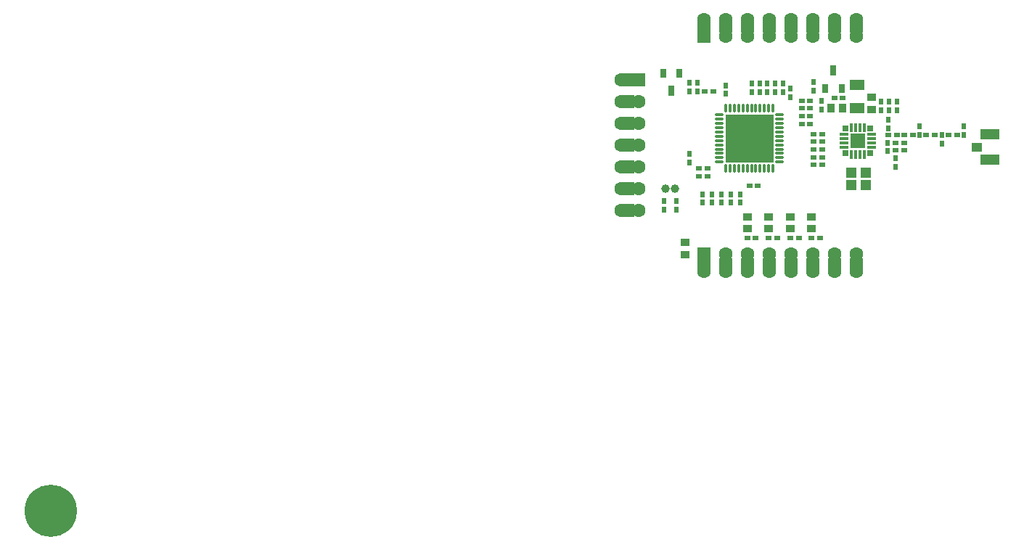
<source format=gts>
G04 Layer_Color=8388736*
%FSLAX44Y44*%
%MOMM*%
G71*
G01*
G75*
%ADD41R,1.6000X1.6000*%
%ADD42R,1.6000X1.6000*%
%ADD43R,0.9000X1.0000*%
%ADD44R,0.7500X1.2000*%
%ADD45R,0.7500X1.0000*%
%ADD46R,1.0000X0.9000*%
%ADD47R,5.7000X5.7000*%
%ADD48O,1.1000X0.3500*%
%ADD49O,0.3500X1.1000*%
%ADD50R,0.6000X0.7000*%
%ADD51R,0.7000X0.6000*%
%ADD52R,1.3000X1.2000*%
%ADD53R,1.8000X1.2000*%
%ADD54R,0.8000X0.8000*%
%ADD55R,0.8000X0.8000*%
%ADD56R,1.8000X1.8000*%
%ADD57O,0.3750X1.0500*%
%ADD58O,1.0500X0.3750*%
%ADD59R,1.1500X1.1000*%
%ADD60R,2.3000X1.1500*%
%ADD61C,1.6000*%
%ADD62C,6.1000*%
%ADD63C,1.0000*%
D41*
X122000Y8300D02*
D03*
X147400D02*
D03*
X172800D02*
D03*
X198200D02*
D03*
X223600D02*
D03*
X249000D02*
D03*
X274400D02*
D03*
X96600D02*
D03*
X122000Y287300D02*
D03*
X147400D02*
D03*
X172800D02*
D03*
X198200D02*
D03*
X223600D02*
D03*
X249000D02*
D03*
X274400D02*
D03*
X96600D02*
D03*
Y20800D02*
D03*
Y274800D02*
D03*
D42*
X7900Y224000D02*
D03*
Y71600D02*
D03*
Y97000D02*
D03*
Y122400D02*
D03*
Y147800D02*
D03*
Y173200D02*
D03*
Y198600D02*
D03*
X20400Y224000D02*
D03*
D43*
X259002Y191000D02*
D03*
X245002D02*
D03*
D44*
X248000Y235375D02*
D03*
X58750Y211649D02*
D03*
D45*
X257500Y214625D02*
D03*
X238500D02*
D03*
X49250Y232400D02*
D03*
X68250D02*
D03*
D46*
X147500Y64502D02*
D03*
Y50502D02*
D03*
X172500Y64502D02*
D03*
Y50502D02*
D03*
X197500Y64502D02*
D03*
Y50502D02*
D03*
X222500Y64502D02*
D03*
Y50502D02*
D03*
X75000Y34502D02*
D03*
Y20502D02*
D03*
X293000Y189998D02*
D03*
Y203998D02*
D03*
D47*
X150000Y156000D02*
D03*
D48*
X114750Y128500D02*
D03*
Y133500D02*
D03*
Y138500D02*
D03*
Y143500D02*
D03*
Y148500D02*
D03*
Y153500D02*
D03*
Y158500D02*
D03*
Y163500D02*
D03*
Y168500D02*
D03*
Y173500D02*
D03*
Y178500D02*
D03*
Y183500D02*
D03*
X185250D02*
D03*
Y178500D02*
D03*
Y173500D02*
D03*
Y168500D02*
D03*
Y163500D02*
D03*
Y158500D02*
D03*
Y153500D02*
D03*
Y148500D02*
D03*
Y143500D02*
D03*
Y138500D02*
D03*
Y133500D02*
D03*
Y128500D02*
D03*
D49*
X122500Y191250D02*
D03*
X127500D02*
D03*
X132500D02*
D03*
X137500D02*
D03*
X142500D02*
D03*
X147500D02*
D03*
X152500D02*
D03*
X157500D02*
D03*
X162500D02*
D03*
X167500D02*
D03*
X172500D02*
D03*
X177500D02*
D03*
Y120750D02*
D03*
X172500D02*
D03*
X167500D02*
D03*
X162500D02*
D03*
X157500D02*
D03*
X152500D02*
D03*
X147500D02*
D03*
X142500D02*
D03*
X137500D02*
D03*
X132500D02*
D03*
X127500D02*
D03*
X122500D02*
D03*
D50*
X400500Y170000D02*
D03*
Y160000D02*
D03*
X374500Y150000D02*
D03*
Y160000D02*
D03*
X348500Y170000D02*
D03*
Y160000D02*
D03*
X312000Y167500D02*
D03*
Y177500D02*
D03*
X320500Y123000D02*
D03*
Y133000D02*
D03*
X311500Y141000D02*
D03*
Y151000D02*
D03*
X122550Y217950D02*
D03*
Y207950D02*
D03*
X198000Y214000D02*
D03*
Y204000D02*
D03*
X50050Y72950D02*
D03*
Y82950D02*
D03*
X65050Y72950D02*
D03*
Y82950D02*
D03*
X304000Y199000D02*
D03*
Y189000D02*
D03*
X313000Y199000D02*
D03*
Y189000D02*
D03*
X322000Y199000D02*
D03*
Y189000D02*
D03*
X225000Y212000D02*
D03*
Y222000D02*
D03*
X80000Y221000D02*
D03*
Y211000D02*
D03*
X234000Y190000D02*
D03*
Y200000D02*
D03*
X89000Y211000D02*
D03*
Y221000D02*
D03*
X189000Y210000D02*
D03*
Y220000D02*
D03*
X171000Y220000D02*
D03*
Y210000D02*
D03*
X180000Y220000D02*
D03*
Y210000D02*
D03*
X162000Y220000D02*
D03*
Y210000D02*
D03*
X153000Y220000D02*
D03*
Y210000D02*
D03*
X106000Y91000D02*
D03*
Y81000D02*
D03*
X139000Y81000D02*
D03*
Y91000D02*
D03*
X80000Y128000D02*
D03*
Y138000D02*
D03*
X95000Y91000D02*
D03*
Y81000D02*
D03*
X128000Y91000D02*
D03*
Y81000D02*
D03*
X117250Y81000D02*
D03*
Y91000D02*
D03*
D51*
X392500Y160000D02*
D03*
X382500D02*
D03*
X366500D02*
D03*
X356500D02*
D03*
X322000D02*
D03*
X312000D02*
D03*
X340500D02*
D03*
X330500D02*
D03*
Y142000D02*
D03*
X320500D02*
D03*
X330500Y151000D02*
D03*
X320500D02*
D03*
X249000Y203000D02*
D03*
X259000D02*
D03*
X91000Y112000D02*
D03*
X101000D02*
D03*
X150000Y101000D02*
D03*
X160000D02*
D03*
X91000Y121000D02*
D03*
X101000D02*
D03*
X147500Y40000D02*
D03*
X157500D02*
D03*
X211000Y173000D02*
D03*
X221000D02*
D03*
X172500Y40000D02*
D03*
X182500D02*
D03*
X211008Y182000D02*
D03*
X221008D02*
D03*
X197500Y40000D02*
D03*
X207500D02*
D03*
X211000Y191000D02*
D03*
X221000D02*
D03*
X222500Y40000D02*
D03*
X232500D02*
D03*
X108000Y211000D02*
D03*
X98000D02*
D03*
X235000Y134000D02*
D03*
X225000D02*
D03*
X235000Y161000D02*
D03*
X225000D02*
D03*
X235000Y152000D02*
D03*
X225000D02*
D03*
X235000Y143000D02*
D03*
X225000D02*
D03*
X211000Y200000D02*
D03*
X221000D02*
D03*
X225000Y125000D02*
D03*
X235000D02*
D03*
D52*
X286000Y102000D02*
D03*
X269000D02*
D03*
Y116000D02*
D03*
X286000D02*
D03*
D53*
X276000Y218500D02*
D03*
Y191500D02*
D03*
D54*
X262000Y138500D02*
D03*
X291000Y167500D02*
D03*
D55*
X262000D02*
D03*
X291000Y138500D02*
D03*
D56*
X276500Y153000D02*
D03*
D57*
X284000Y137250D02*
D03*
X279000D02*
D03*
X274000D02*
D03*
X269000D02*
D03*
Y168750D02*
D03*
X274000D02*
D03*
X279000D02*
D03*
X284000D02*
D03*
D58*
X260750Y145500D02*
D03*
Y150500D02*
D03*
Y155500D02*
D03*
Y160500D02*
D03*
X292250D02*
D03*
Y155500D02*
D03*
Y150500D02*
D03*
Y145500D02*
D03*
D59*
X415750Y146000D02*
D03*
D60*
X431000Y131250D02*
D03*
Y160750D02*
D03*
D61*
X122000Y20800D02*
D03*
Y800D02*
D03*
X147400Y20800D02*
D03*
Y800D02*
D03*
X172800Y20800D02*
D03*
Y800D02*
D03*
X198200Y20800D02*
D03*
Y800D02*
D03*
X223600Y20800D02*
D03*
Y800D02*
D03*
X249000Y20800D02*
D03*
Y800D02*
D03*
X274400Y20800D02*
D03*
Y800D02*
D03*
X96600D02*
D03*
X122000Y274800D02*
D03*
Y294800D02*
D03*
X147400Y274800D02*
D03*
Y294800D02*
D03*
X172800Y274800D02*
D03*
Y294800D02*
D03*
X198200Y274800D02*
D03*
Y294800D02*
D03*
X223600Y274800D02*
D03*
Y294800D02*
D03*
X249000Y274800D02*
D03*
Y294800D02*
D03*
X274400Y274800D02*
D03*
Y294800D02*
D03*
X96600D02*
D03*
X400Y224000D02*
D03*
Y71600D02*
D03*
X20400D02*
D03*
X400Y97000D02*
D03*
X20400D02*
D03*
X400Y122400D02*
D03*
X20400D02*
D03*
X400Y147800D02*
D03*
X20400D02*
D03*
X400Y173200D02*
D03*
X20400D02*
D03*
X400Y198600D02*
D03*
X20400D02*
D03*
D62*
X-665300Y-278450D02*
D03*
D63*
X63250Y97000D02*
D03*
X52250D02*
D03*
M02*

</source>
